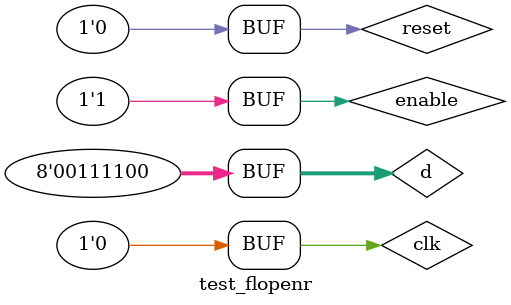
<source format=sv>
module test_flopenr;
    // Parameters
    localparam WIDTH = 8;
    
    // Signals
    logic clk;
    logic reset;
    logic enable;
    logic [WIDTH-1:0] d;
    logic [WIDTH-1:0] q_expected, q_actual;
    
    // Instantiate the flopenr module
    flopenr #(WIDTH) u_flopenr (
        .clk(clk),
        .reset(reset),
        .enable(enable),
        .d(d),
        .q(q_actual)
    );
    
    // Initialize test inputs
    initial begin
        clk = 0;
        reset = 0;
        enable = 1; // Enable the module
        d = 8'hA5; // Input value

        // Test Case 1: Reset
        reset = 1;
        #10; // Wait for a few clock cycles
        reset = 0;
        // Check that q_actual is 0 after reset
        if (q_actual !== 8'h00) begin
            $display("Test Failed: q_actual != 0 after reset");
        end
        else
            $display("Test Passed: q_actual == 0 after reset");
        
        // Test Case 2: Enable
        enable = 0;
        #10; // Wait for a few clock cycles
        d = 8'h3C; // Change input value
        enable = 1;
        #10; // Wait for a few clock cycles
        // Check that q_actual is 0 when enable is inactive
        if (q_actual !== 8'h00) begin
            $display("Test Failed: q_actual != 0 when enable is inactive");
        end
        else
            $display("Test Passed: q_actual == 0 when enable is inactive");
        
        // Test Case 3: Input Update
        d = 8'h3C; // Set input value
        #10; // Wait for a few clock cycles
        clk = 1;
        #10; // Wait for a few clock cycles
        clk = 0;
        // Check that q_actual updates with the new input value
        if (q_actual !== d) begin
            $display("Test Failed: q_actual != d after input update");
        end
        else
            $display("Test Passed: q_actual == d after input update");
        
        // Test Case 4: Clock Edge
        enable = 1;
        #10; // Wait for a few clock cycles
        clk = 1;
        #10; // Wait for a few clock cycles
        // Check that q_actual doesn't change on the rising clock edge
        if (q_actual !== d) begin
            $display("Test Failed: q_actual != d on rising clock edge");
        end
        else
            $display("Test Passed: q_actual == d on rising clock edge");
        
        clk = 0;
        #10; // Wait for a few clock cycles
        // Check that q_actual doesn't change on the falling clock edge
        if (q_actual !== d) begin
            $display("Test Failed: q_actual != d on falling clock edge");
        end
        else 
            $display("Test Passed: q_actual == d on falling clock edge");
    end
endmodule
</source>
